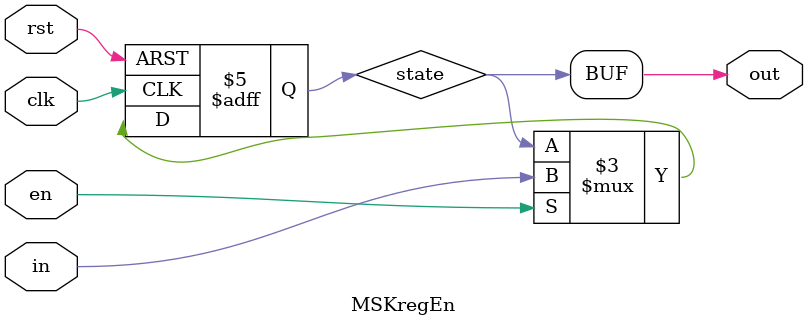
<source format=v>
(* fv_prop = "affine", fv_strat = "assumed", fv_order = d *)
module MSKregEn #(parameter d=1) (clk, rst, en, in, out);

	(* fv_type = "clock" *)   input clk;
	(* fv_type = "control" *) input rst;
	(* fv_type = "control" *) input en;
	(* fv_type = "sharing", fv_latency = 0 *) input  [d-1:0] in;
	(* fv_type = "sharing", fv_latency = 1 *) output [d-1:0] out;

	reg [d-1:0] state;
        always @(posedge rst, posedge clk)
        if(rst) 
            state <= 0;
        else
        if(en) begin
            state <= in;
        end else begin
            state <= state;
        end

        assign out = state;

endmodule

</source>
